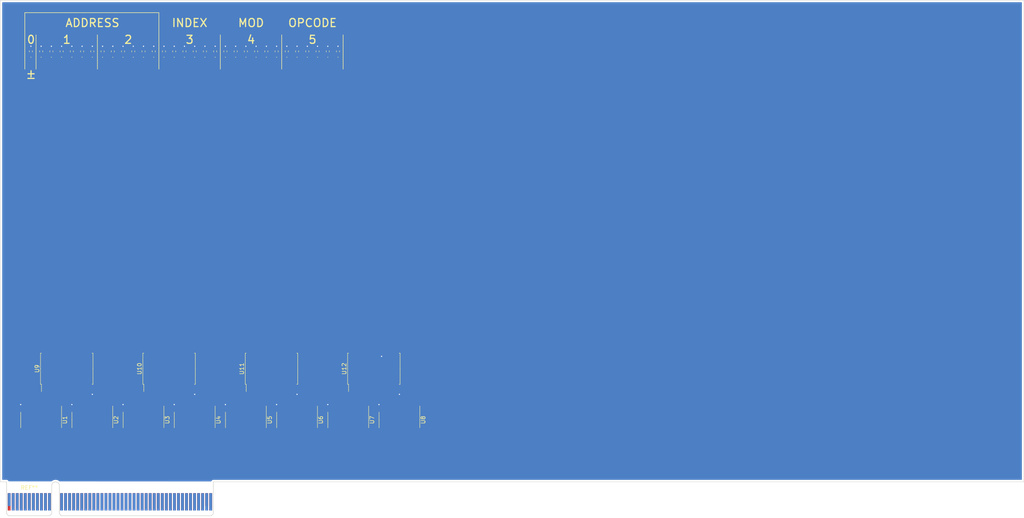
<source format=kicad_pcb>
(kicad_pcb (version 20221018) (generator pcbnew)
  (layers (0 "F.Cu" signal) (31 "B.Cu" signal) (34 "B.Paste" user) (35 "F.Paste" user) (36 "B.SilkS" user "B.Silkscreen") (37 "F.SilkS" user "F.Silkscreen") (38 "B.Mask" user) (39 "F.Mask" user) (44 "Edge.Cuts" user))
  (net 0 "")
  (net 1 "Net-(D1-K)")
  (net 2 "/D1")
  (net 3 "Net-(D2-K)")
  (net 4 "/D2")
  (net 5 "Net-(D3-K)")
  (net 6 "/D3")
  (net 7 "Net-(D4-K)")
  (net 8 "/D4")
  (net 9 "Net-(D5-K)")
  (net 10 "/D5")
  (net 11 "Net-(D6-K)")
  (net 12 "/D6")
  (net 13 "Net-(D7-K)")
  (net 14 "/D7")
  (net 15 "Net-(D8-K)")
  (net 16 "/D8")
  (net 17 "Net-(D9-K)")
  (net 18 "/D9")
  (net 19 "Net-(D10-K)")
  (net 20 "/D10")
  (net 21 "Net-(D11-K)")
  (net 22 "/D11")
  (net 23 "Net-(D12-K)")
  (net 24 "/D12")
  (net 25 "Net-(D13-K)")
  (net 26 "/D13")
  (net 27 "Net-(D14-K)")
  (net 28 "/D14")
  (net 29 "Net-(D15-K)")
  (net 30 "/D15")
  (net 31 "Net-(D16-K)")
  (net 32 "/D16")
  (net 33 "Net-(D17-K)")
  (net 34 "/D17")
  (net 35 "Net-(D18-K)")
  (net 36 "/D18")
  (net 37 "Net-(D19-K)")
  (net 38 "/D19")
  (net 39 "Net-(D20-K)")
  (net 40 "/D20")
  (net 41 "Net-(D21-K)")
  (net 42 "/D21")
  (net 43 "Net-(D22-K)")
  (net 44 "/D22")
  (net 45 "Net-(D23-K)")
  (net 46 "/D23")
  (net 47 "Net-(D24-K)")
  (net 48 "/D24")
  (net 49 "Net-(D25-K)")
  (net 50 "/D25")
  (net 51 "Net-(D26-K)")
  (net 52 "/D26")
  (net 53 "Net-(D27-K)")
  (net 54 "/D27")
  (net 55 "Net-(D28-K)")
  (net 56 "/D28")
  (net 57 "Net-(D29-K)")
  (net 58 "/D29")
  (net 59 "Net-(D30-K)")
  (net 60 "/D30")
  (net 61 "Net-(D31-K)")
  (net 62 "/D31")
  (net 63 "GND")
  (net 64 "Net-(U1-Oe1)")
  (net 65 "/LED1")
  (net 66 "/LED2")
  (net 67 "/LED3")
  (net 68 "/LED4")
  (net 69 "/LED5")
  (net 70 "/LED6")
  (net 71 "/LED7")
  (net 72 "/LED8")
  (net 73 "+5V")
  (net 74 "Net-(U2-Oe1)")
  (net 75 "/LED9")
  (net 76 "/LED10")
  (net 77 "/LED11")
  (net 78 "/LED12")
  (net 79 "Net-(U1-Q0)")
  (net 80 "Net-(U4-Oe1)")
  (net 81 "/LED13")
  (net 82 "/LED14")
  (net 83 "/LED15")
  (net 84 "/LED16")
  (net 85 "/LED17")
  (net 86 "/LED18")
  (net 87 "/LED19")
  (net 88 "/LED20")
  (net 89 "/LED21")
  (net 90 "/LED22")
  (net 91 "/LED23")
  (net 92 "/LED24")
  (net 93 "/LED25")
  (net 94 "/LED26")
  (net 95 "/LED27")
  (net 96 "/LED28")
  (net 97 "/LED29")
  (net 98 "/LED30")
  (net 99 "/LED31")
  (net 100 "Net-(U1-Q1)")
  (net 101 "Net-(U1-Q2)")
  (net 102 "Net-(U1-Q3)")
  (net 103 "Net-(U2-Q0)")
  (net 105 "/DR")
  (net 107 "Net-(U2-Q1)")
  (net 108 "Net-(U2-Q2)")
  (net 109 "Net-(U2-Q3)")
  (net 114 "Net-(U10-A0)")
  (net 115 "Net-(U10-A1)")
  (net 116 "Net-(U10-A2)")
  (net 119 "Net-(U10-A3)")
  (net 120 "Net-(U10-A4)")
  (net 121 "Net-(U10-A5)")
  (net 122 "Net-(U10-A6)")
  (net 125 "Net-(U5-Oe1)")
  (net 126 "Net-(U10-A7)")
  (net 127 "Net-(U11-A0)")
  (net 128 "Net-(U11-A1)")
  (net 129 "Net-(U11-A2)")
  (net 132 "Net-(U6-Oe1)")
  (net 133 "Net-(U11-A3)")
  (net 134 "Net-(U11-A4)")
  (net 135 "Net-(U11-A5)")
  (net 136 "Net-(U11-A6)")
  (net 139 "Net-(U7-Oe1)")
  (net 140 "Net-(U11-A7)")
  (net 141 "Net-(U12-A0)")
  (net 142 "Net-(U12-A1)")
  (net 143 "Net-(U12-A2)")
  (net 146 "Net-(U8-Oe1)")
  (net 147 "Net-(U12-A3)")
  (net 148 "/D0")
  (net 149 "Net-(U12-A5)")
  (net 152 "Net-(U12-A6)")
  (net 182 "Net-(U12-A7)")
  (footprint "LED_SMD:LED_0402_1005Metric" (layer "F.Cu") (at 45.72 40.64 -90)
    (fp_text reference "D6" hide)
    (fp_text value "LED" hide)
  )
  (footprint "Resistor_SMD:R_0402_1005Metric" (layer "F.Cu") (at 60.96 38.1 90)
    (fp_text reference "R12" hide)
    (fp_text value "10k" hide)
  )
  (footprint "LED_SMD:LED_0402_1005Metric" (layer "F.Cu") (at 76.2 40.64 -90)
    (fp_text reference "D18" hide)
    (fp_text value "LED" hide)
  )
  (footprint "Package_SO:SOIC-16_3.9x9.9mm_P1.27mm" (layer "F.Cu") (at 35.56 129.54 -90)
    (fp_text reference "U1")
    (fp_text value "74LS173")
  )
  (footprint "LED_SMD:LED_0402_1005Metric" (layer "F.Cu") (at 88.9 40.64 -90)
    (fp_text reference "D23" hide)
    (fp_text value "LED" hide)
  )
  (footprint "LED_SMD:LED_0402_1005Metric" (layer "F.Cu") (at 33.02 40.64 -90)
    (fp_text reference "D1" hide)
    (fp_text value "LED" hide)
  )
  (footprint "LED_SMD:LED_0402_1005Metric" (layer "F.Cu") (at 96.52 40.64 -90)
    (fp_text reference "D26" hide)
    (fp_text value "LED" hide)
  )
  (footprint "LED_SMD:LED_0402_1005Metric" (layer "F.Cu") (at 91.44 40.64 -90)
    (fp_text reference "D24" hide)
    (fp_text value "LED" hide)
  )
  (footprint "LED_SMD:LED_0402_1005Metric" (layer "F.Cu") (at 71.12 40.64 -90)
    (fp_text reference "D16" hide)
    (fp_text value "LED" hide)
  )
  (footprint "LED_SMD:LED_0402_1005Metric" (layer "F.Cu") (at 73.66 40.64 -90)
    (fp_text reference "D17" hide)
    (fp_text value "LED" hide)
  )
  (footprint "LED_SMD:LED_0402_1005Metric" (layer "F.Cu") (at 68.58 40.64 -90)
    (fp_text reference "D15" hide)
    (fp_text value "LED" hide)
  )
  (footprint "Resistor_SMD:R_0402_1005Metric" (layer "F.Cu") (at 99.06 38.1 90)
    (fp_text reference "R27" hide)
    (fp_text value "10k" hide)
  )
  (footprint "LED_SMD:LED_0402_1005Metric" (layer "F.Cu") (at 43.18 40.64 -90)
    (fp_text reference "D5" hide)
    (fp_text value "LED" hide)
  )
  (footprint "Resistor_SMD:R_0402_1005Metric" (layer "F.Cu") (at 83.82 38.1 90)
    (fp_text reference "R21" hide)
    (fp_text value "10k" hide)
  )
  (footprint "Resistor_SMD:R_0402_1005Metric" (layer "F.Cu") (at 71.12 38.1 90)
    (fp_text reference "R16" hide)
    (fp_text value "10k" hide)
  )
  (footprint "Resistor_SMD:R_0402_1005Metric" (layer "F.Cu") (at 53.34 38.1 90)
    (fp_text reference "R9" hide)
    (fp_text value "10k" hide)
  )
  (footprint "LED_SMD:LED_0402_1005Metric" (layer "F.Cu") (at 58.42 40.64 -90)
    (fp_text reference "D11" hide)
    (fp_text value "LED" hide)
  )
  (footprint "LED_SMD:LED_0402_1005Metric" (layer "F.Cu") (at 78.74 40.64 -90)
    (fp_text reference "D19" hide)
    (fp_text value "LED" hide)
  )
  (footprint "Resistor_SMD:R_0402_1005Metric" (layer "F.Cu") (at 104.14 38.1 90)
    (fp_text reference "R29" hide)
    (fp_text value "10k" hide)
  )
  (footprint "Resistor_SMD:R_0402_1005Metric" (layer "F.Cu") (at 35.56 38.1 90)
    (fp_text reference "R2" hide)
    (fp_text value "10k" hide)
  )
  (footprint "Resistor_SMD:R_0402_1005Metric" (layer "F.Cu") (at 50.8 38.1 90)
    (fp_text reference "R8" hide)
    (fp_text value "10k" hide)
  )
  (footprint "Package_SO:SOIC-20W_7.5x12.8mm_P1.27mm" (layer "F.Cu") (at 118.11 116.84 90)
    (fp_text reference "U12")
    (fp_text value "74LS245")
  )
  (footprint "LED_SMD:LED_0402_1005Metric" (layer "F.Cu") (at 106.68 40.64 -90)
    (fp_text reference "D30" hide)
    (fp_text value "LED" hide)
  )
  (footprint "Package_SO:SOIC-16_3.9x9.9mm_P1.27mm" (layer "F.Cu") (at 60.96 129.54 -90)
    (fp_text reference "U3")
    (fp_text value "74LS173")
  )
  (footprint "Resistor_SMD:R_0402_1005Metric" (layer "F.Cu") (at 88.9 38.1 90)
    (fp_text reference "R23" hide)
    (fp_text value "10k" hide)
  )
  (footprint "Resistor_SMD:R_0402_1005Metric" (layer "F.Cu") (at 66.04 38.1 90)
    (fp_text reference "R14" hide)
    (fp_text value "10k" hide)
  )
  (footprint "Resistor_SMD:R_0402_1005Metric" (layer "F.Cu") (at 58.42 38.1 90)
    (fp_text reference "R11" hide)
    (fp_text value "10k" hide)
  )
  (footprint "Resistor_SMD:R_0402_1005Metric" (layer "F.Cu") (at 38.1 38.1 90)
    (fp_text reference "R3" hide)
    (fp_text value "10k" hide)
  )
  (footprint "Resistor_SMD:R_0402_1005Metric" (layer "F.Cu") (at 45.72 38.1 90)
    (fp_text reference "R6" hide)
    (fp_text value "10k" hide)
  )
  (footprint "Resistor_SMD:R_0402_1005Metric" (layer "F.Cu") (at 93.98 38.1 90)
    (fp_text reference "R25" hide)
    (fp_text value "10k" hide)
  )
  (footprint "Package_SO:SOIC-16_3.9x9.9mm_P1.27mm" (layer "F.Cu") (at 124.46 129.54 -90)
    (fp_text reference "U8")
    (fp_text value "74LS173")
  )
  (footprint "Resistor_SMD:R_0402_1005Metric" (layer "F.Cu") (at 109.22 38.1 90)
    (fp_text reference "R31" hide)
    (fp_text value "10k" hide)
  )
  (footprint "LED_SMD:LED_0402_1005Metric" (layer "F.Cu") (at 55.88 40.64 -90)
    (fp_text reference "D10" hide)
    (fp_text value "LED" hide)
  )
  (footprint "LED_SMD:LED_0402_1005Metric" (layer "F.Cu") (at 66.04 40.64 -90)
    (fp_text reference "D14" hide)
    (fp_text value "LED" hide)
  )
  (footprint "LED_SMD:LED_0402_1005Metric" (layer "F.Cu") (at 48.26 40.64 -90)
    (fp_text reference "D7" hide)
    (fp_text value "LED" hide)
  )
  (footprint "LED_SMD:LED_0402_1005Metric" (layer "F.Cu") (at 93.98 40.64 -90)
    (fp_text reference "D25" hide)
    (fp_text value "LED" hide)
  )
  (footprint "Resistor_SMD:R_0402_1005Metric" (layer "F.Cu") (at 106.68 38.1 90)
    (fp_text reference "R30" hide)
    (fp_text value "10k" hide)
  )
  (footprint "Package_SO:SOIC-16_3.9x9.9mm_P1.27mm" (layer "F.Cu") (at 86.36 129.54 -90)
    (fp_text reference "U5")
    (fp_text value "74LS173")
  )
  (footprint "Resistor_SMD:R_0402_1005Metric" (layer "F.Cu") (at 96.52 38.1 90)
    (fp_text reference "R26" hide)
    (fp_text value "10k" hide)
  )
  (footprint "LED_SMD:LED_0402_1005Metric" (layer "F.Cu") (at 35.56 40.64 -90)
    (fp_text reference "D2" hide)
    (fp_text value "LED" hide)
  )
  (footprint "Resistor_SMD:R_0402_1005Metric" (layer "F.Cu") (at 78.74 38.1 90)
    (fp_text reference "R19" hide)
    (fp_text value "10k" hide)
  )
  (footprint "Connector_PCBEdge:BUS_PCIexpress_x8" (layer "F.Cu") (at 27.626386 149.864119)
    (fp_text reference "REF**")
    (fp_text value "BUS_PCIexpress_x8")
    (fp_line (start -0.65 -4.95) (end -0.65 2.95) (stroke (width 0.1)) (layer "Edge.Cuts"))
    (fp_line (start -0.65 2.95) (end -0.15 3.45) (stroke (width 0.1)) (layer "Edge.Cuts"))
    (fp_line (start -0.15 3.45) (end 10.05 3.45) (stroke (width 0.1)) (layer "Edge.Cuts"))
    (fp_line (start 10.55 -4) (end 10.55 2.95) (stroke (width 0.1)) (layer "Edge.Cuts"))
    (fp_line (start 10.55 2.95) (end 10.05 3.45) (stroke (width 0.1)) (layer "Edge.Cuts"))
    (fp_line (start 12.45 -4) (end 12.45 2.95) (stroke (width 0.1)) (layer "Edge.Cuts"))
    (fp_line (start 12.45 2.95) (end 12.95 3.45) (stroke (width 0.1)) (layer "Edge.Cuts"))
    (fp_line (start 12.95 3.45) (end 50.15 3.45) (stroke (width 0.1)) (layer "Edge.Cuts"))
    (fp_line (start 50.65 -4.95) (end 50.65 2.95) (stroke (width 0.1)) (layer "Edge.Cuts"))
    (fp_line (start 50.65 2.95) (end 50.15 3.45) (stroke (width 0.1)) (layer "Edge.Cuts"))
    (fp_arc (start 10.55 -4) (mid 11.5 -4.95) (end 12.45 -4) (stroke (width 0.1)) (layer "Edge.Cuts"))
  )
  (footprint "Package_SO:SOIC-16_3.9x9.9mm_P1.27mm" (layer "F.Cu") (at 48.26 129.54 -90)
    (fp_text reference "U2")
    (fp_text value "74LS173")
  )
  (footprint "LED_SMD:LED_0402_1005Metric" (layer "F.Cu") (at 63.5 40.64 -90)
    (fp_text reference "D13" hide)
    (fp_text value "LED" hide)
  )
  (footprint "Resistor_SMD:R_0402_1005Metric" (layer "F.Cu") (at 91.44 38.1 90)
    (fp_text reference "R24" hide)
    (fp_text value "10k" hide)
  )
  (footprint "Resistor_SMD:R_0402_1005Metric" (layer "F.Cu") (at 43.18 38.1 90)
    (fp_text reference "R5" hide)
    (fp_text value "10k" hide)
  )
  (footprint "LED_SMD:LED_0402_1005Metric" (layer "F.Cu") (at 104.14 40.64 -90)
    (fp_text reference "D29" hide)
    (fp_text value "LED" hide)
  )
  (footprint "LED_SMD:LED_0402_1005Metric" (layer "F.Cu") (at 53.34 40.64 -90)
    (fp_text reference "D9" hide)
    (fp_text value "LED" hide)
  )
  (footprint "LED_SMD:LED_0402_1005Metric" (layer "F.Cu") (at 60.96 40.64 -90)
    (fp_text reference "D12" hide)
    (fp_text value "LED" hide)
  )
  (footprint "Resistor_SMD:R_0402_1005Metric" (layer "F.Cu") (at 81.28 38.1 90)
    (fp_text reference "R20" hide)
    (fp_text value "10k" hide)
  )
  (footprint "LED_SMD:LED_0402_1005Metric" (layer "F.Cu") (at 50.8 40.64 -90)
    (fp_text reference "D8" hide)
    (fp_text value "LED" hide)
  )
  (footprint "Package_SO:SOIC-20W_7.5x12.8mm_P1.27mm" (layer "F.Cu") (at 41.91 116.84 90)
    (fp_text reference "U9")
    (fp_text value "74LS245")
  )
  (footprint "LED_SMD:LED_0402_1005Metric" (layer "F.Cu") (at 109.22 40.64 -90)
    (fp_text reference "D31" hide)
    (fp_text value "LED" hide)
  )
  (footprint "LED_SMD:LED_0402_1005Metric" (layer "F.Cu") (at 83.82 40.64 -90)
    (fp_text reference "D21" hide)
    (fp_text value "LED" hide)
  )
  (footprint "Resistor_SMD:R_0402_1005Metric" (layer "F.Cu") (at 40.64 38.1 90)
    (fp_text reference "R4" hide)
    (fp_text value "10k" hide)
  )
  (footprint "Package_SO:SOIC-20W_7.5x12.8mm_P1.27mm" (layer "F.Cu") (at 67.31 116.84 90)
    (fp_text reference "U10")
    (fp_text value "74LS245")
  )
  (footprint "Resistor_SMD:R_0402_1005Metric" (layer "F.Cu") (at 73.66 38.1 90)
    (fp_text reference "R17" hide)
    (fp_text value "10k" hide)
  )
  (footprint "Resistor_SMD:R_0402_1005Metric" (layer "F.Cu") (at 101.6 38.1 90)
    (fp_text reference "R28" hide)
    (fp_text value "10k" hide)
  )
  (footprint "Resistor_SMD:R_0402_1005Metric" (layer "F.Cu") (at 33.02 38.1 90)
    (fp_text reference "R1" hide)
    (fp_text value "10k" hide)
  )
  (footprint "Resistor_SMD:R_0402_1005Metric" (layer "F.Cu") (at 76.2 38.1 90)
    (fp_text reference "R18" hide)
    (fp_text value "10k" hide)
  )
  (footprint "Package_SO:SOIC-16_3.9x9.9mm_P1.27mm" (layer "F.Cu") (at 73.66 129.54 -90)
    (fp_text reference "U4")
    (fp_text value "74LS173")
  )
  (footprint "LED_SMD:LED_0402_1005Metric" (layer "F.Cu") (at 99.06 40.64 -90)
    (fp_text reference "D27" hide)
    (fp_text value "LED" hide)
  )
  (footprint "Resistor_SMD:R_0402_1005Metric" (layer "F.Cu") (at 48.26 38.1 90)
    (fp_text reference "R7" hide)
    (fp_text value "10k" hide)
  )
  (footprint "LED_SMD:LED_0402_1005Metric" (layer "F.Cu") (at 40.64 40.64 -90)
    (fp_text reference "D4" hide)
    (fp_text value "LED" hide)
  )
  (footprint "Package_SO:SOIC-20W_7.5x12.8mm_P1.27mm" (layer "F.Cu") (at 92.71 116.84 90)
    (fp_text reference "U11")
    (fp_text value "74LS245")
  )
  (footprint "Package_SO:SOIC-16_3.9x9.9mm_P1.27mm" (layer "F.Cu") (at 99.06 129.54 -90)
    (fp_text reference "U6")
    (fp_text value "74LS173")
  )
  (footprint "Resistor_SMD:R_0402_1005Metric" (layer "F.Cu") (at 63.5 38.1 90)
    (fp_text reference "R13" hide)
    (fp_text value "10k" hide)
  )
  (footprint "LED_SMD:LED_0402_1005Metric" (layer "F.Cu") (at 38.1 40.64 -90)
    (fp_text reference "D3" hide)
    (fp_text value "LED" hide)
  )
  (footprint "Package_SO:SOIC-16_3.9x9.9mm_P1.27mm" (layer "F.Cu") (at 111.76 129.54 -90)
    (fp_text reference "U7")
    (fp_text value "74LS173")
  )
  (footprint "LED_SMD:LED_0402_1005Metric" (layer "F.Cu") (at 86.36 40.64 -90)
    (fp_text reference "D22" hide)
    (fp_text value "LED" hide)
  )
  (footprint "Resistor_SMD:R_0402_1005Metric" (layer "F.Cu") (at 55.88 38.1 90)
    (fp_text reference "R10" hide)
    (fp_text value "10k" hide)
  )
  (footprint "LED_SMD:LED_0402_1005Metric" (layer "F.Cu") (at 81.28 40.64 -90)
    (fp_text reference "D20" hide)
    (fp_text value "LED" hide)
  )
  (footprint "Resistor_SMD:R_0402_1005Metric" (layer "F.Cu") (at 86.36 38.1 90)
    (fp_text reference "R22" hide)
    (fp_text value "10k" hide)
  )
  (footprint "Resistor_SMD:R_0402_1005Metric" (layer "F.Cu") (at 68.58 38.1 90)
    (fp_text reference "R15" hide)
    (fp_text value "10k" hide)
  )
  (footprint "LED_SMD:LED_0402_1005Metric" (layer "F.Cu") (at 101.6 40.64 -90)
    (fp_text reference "D28" hide)
    (fp_text value "LED" hide)
  )
  (gr_line (start 110.49 34) (end 110.49 42.5) (stroke (width 0.15)) (layer "F.SilkS"))
  (gr_line (start 34.289999 34) (end 34.289999 42.5) (stroke (width 0.15)) (layer "F.SilkS"))
  (gr_line (start 31.5 28.5) (end 31.5 42.5) (stroke (width 0.15)) (layer "F.SilkS"))
  (gr_line (start 49.509298 34) (end 49.53 42.5) (stroke (width 0.15)) (layer "F.SilkS"))
  (gr_line (start 80.01 34) (end 80.01 42.5) (stroke (width 0.15)) (layer "F.SilkS"))
  (gr_line (start 95.25 34) (end 95.25 42.5) (stroke (width 0.15)) (layer "F.SilkS"))
  (gr_line (start 31.5 28.5) (end 64.77 28.5) (stroke (width 0.15)) (layer "F.SilkS"))
  (gr_line (start 64.77 28.5) (end 64.77 42.5) (stroke (width 0.15)) (layer "F.SilkS"))
  (gr_line (start 78.29 152.81) (end 78.29 144.91) (stroke (width 0.1)) (layer "Edge.Cuts"))
  (gr_line (start 279.4 25.4) (end 25.4 25.4) (stroke (width 0.1)) (layer "Edge.Cuts"))
  (gr_line (start 25.4 25.4) (end 25.4 144.91) (stroke (width 0.1)) (layer "Edge.Cuts"))
  (gr_line (start 38.19 152.81) (end 37.69 153.31) (stroke (width 0.1)) (layer "Edge.Cuts"))
  (gr_line (start 26.99 152.81) (end 26.99 144.91) (stroke (width 0.1)) (layer "Edge.Cuts"))
  (gr_line (start 78.29 144.91) (end 279.4 144.91) (stroke (width 0.1)) (layer "Edge.Cuts"))
  (gr_line (start 38.19 145.86) (end 38.19 152.81) (stroke (width 0.1)) (layer "Edge.Cuts"))
  (gr_line (start 40.59 153.31) (end 77.79 153.31) (stroke (width 0.1)) (layer "Edge.Cuts"))
  (gr_line (start 40.09 145.86) (end 40.09 152.81) (stroke (width 0.1)) (layer "Edge.Cuts"))
  (gr_line (start 27.49 153.31) (end 26.99 152.81) (stroke (width 0.1)) (layer "Edge.Cuts"))
  (gr_line (start 37.69 153.31) (end 27.49 153.31) (stroke (width 0.1)) (layer "Edge.Cuts"))
  (gr_line (start 26.99 144.91) (end 25.4 144.91) (stroke (width 0.1)) (layer "Edge.Cuts"))
  (gr_line (start 279.4 144.91) (end 279.4 25.4) (stroke (width 0.1)) (layer "Edge.Cuts"))
  (gr_line (start 77.79 153.31) (end 78.29 152.81) (stroke (width 0.1)) (layer "Edge.Cuts"))
  (gr_arc (start 38.19 145.86) (mid 39.14 144.91) (end 40.09 145.86) (stroke (width 0.1)) (layer "Edge.Cuts"))
  (gr_line (start 40.09 152.81) (end 40.59 153.31) (stroke (width 0.1)) (layer "Edge.Cuts"))
  (gr_text "0" (at 31.899677 36.358736) (layer "F.SilkS") (effects (font (size 2 2) (thickness 0.3)) (justify left bottom)))
  (gr_text "MOD" (at 84.264524 32.201178) (layer "F.SilkS") (effects (font (size 2 2) (thickness 0.3)) (justify left bottom)))
  (gr_text "4" (at 86.502619 36.358736) (layer "F.SilkS") (effects (font (size 2 2) (thickness 0.3)) (justify left bottom)))
  (gr_text "OPCODE" (at 96.695 32.201178) (layer "F.SilkS") (effects (font (size 2 2) (thickness 0.3)) (justify left bottom)))
  (gr_text "2" (at 56.022619 36.358736) (layer "F.SilkS") (effects (font (size 2 2) (thickness 0.3)) (justify left bottom)))
  (gr_text "3" (at 71.262619 36.358736) (layer "F.SilkS") (effects (font (size 2 2) (thickness 0.3)) (justify left bottom)))
  (gr_text "5" (at 101.742619 36.358736) (layer "F.SilkS") (effects (font (size 2 2) (thickness 0.3)) (justify left bottom)))
  (gr_text "ADDRESS" (at 41.425391 32.201178) (layer "F.SilkS") (effects (font (size 2 2) (thickness 0.3)) (justify left bottom)))
  (gr_text "1" (at 40.782618 36.358736) (layer "F.SilkS") (effects (font (size 2 2) (thickness 0.3)) (justify left bottom)))
  (gr_text "INDEX" (at 67.834047 32.201178) (layer "F.SilkS") (effects (font (size 2 2) (thickness 0.3)) (justify left bottom)))
  (gr_text "±" (at 31.613963 45.064748) (layer "F.SilkS") (effects (font (size 2 2) (thickness 0.3)) (justify left bottom)))
  (segment (start 33.02 40.155) (end 33.02 38.61) (width 0.2) (layer "F.Cu") (net 1))
  (segment (start 35.56 40.155) (end 35.56 38.61) (width 0.2) (layer "F.Cu") (net 3))
  (segment (start 38.1 40.155) (end 38.1 38.61) (width 0.2) (layer "F.Cu") (net 5))
  (segment (start 40.64 40.155) (end 40.64 38.61) (width 0.2) (layer "F.Cu") (net 7))
  (segment (start 43.18 40.155) (end 43.18 38.61) (width 0.2) (layer "F.Cu") (net 9))
  (segment (start 45.72 40.155) (end 45.72 38.61) (width 0.2) (layer "F.Cu") (net 11))
  (segment (start 48.26 40.155) (end 48.26 38.61) (width 0.2) (layer "F.Cu") (net 13))
  (segment (start 50.8 40.155) (end 50.8 38.61) (width 0.2) (layer "F.Cu") (net 15))
  (segment (start 53.34 40.155) (end 53.34 38.61) (width 0.2) (layer "F.Cu") (net 17))
  (segment (start 55.88 40.155) (end 55.88 38.61) (width 0.2) (layer "F.Cu") (net 19))
  (segment (start 58.42 40.155) (end 58.42 38.61) (width 0.2) (layer "F.Cu") (net 21))
  (segment (start 60.96 40.155) (end 60.96 38.61) (width 0.2) (layer "F.Cu") (net 23))
  (segment (start 63.5 40.155) (end 63.5 38.61) (width 0.2) (layer "F.Cu") (net 25))
  (segment (start 66.04 40.155) (end 66.04 38.61) (width 0.2) (layer "F.Cu") (net 27))
  (segment (start 68.58 40.155) (end 68.58 38.61) (width 0.2) (layer "F.Cu") (net 29))
  (segment (start 71.12 40.155) (end 71.12 38.61) (width 0.2) (layer "F.Cu") (net 31))
  (segment (start 73.66 38.61) (end 73.66 40.155) (width 0.2) (layer "F.Cu") (net 33))
  (segment (start 76.2 40.155) (end 76.2 38.61) (width 0.2) (layer "F.Cu") (net 35))
  (segment (start 78.74 40.155) (end 78.74 38.61) (width 0.2) (layer "F.Cu") (net 37))
  (segment (start 81.28 40.155) (end 81.28 38.61) (width 0.2) (layer "F.Cu") (net 39))
  (segment (start 83.82 40.155) (end 83.82 38.61) (width 0.2) (layer "F.Cu") (net 41))
  (segment (start 86.36 40.155) (end 86.36 38.61) (width 0.2) (layer "F.Cu") (net 43))
  (segment (start 88.9 40.155) (end 88.9 38.61) (width 0.2) (layer "F.Cu") (net 45))
  (segment (start 91.44 40.155) (end 91.44 38.61) (width 0.2) (layer "F.Cu") (net 47))
  (segment (start 93.98 40.155) (end 93.98 38.61) (width 0.2) (layer "F.Cu") (net 49))
  (segment (start 96.52 40.155) (end 96.52 38.61) (width 0.2) (layer "F.Cu") (net 51))
  (segment (start 99.06 40.155) (end 99.06 38.61) (width 0.2) (layer "F.Cu") (net 53))
  (segment (start 101.6 38.61) (end 101.6 40.155) (width 0.2) (layer "F.Cu") (net 55))
  (segment (start 104.14 40.155) (end 104.14 38.61) (width 0.2) (layer "F.Cu") (net 57))
  (segment (start 106.68 40.155) (end 106.68 38.61) (width 0.2) (layer "F.Cu") (net 59))
  (segment (start 109.22 40.155) (end 109.22 38.61) (width 0.2) (layer "F.Cu") (net 61))
  (segment (start 53.34 37.59) (end 53.34 36.83) (width 0.2) (layer "F.Cu") (net 63))
  (segment (start 122.555 132.015) (end 122.555 128.27) (width 0.2) (layer "F.Cu") (net 63))
  (segment (start 48.26 37.59) (end 48.26 36.83) (width 0.2) (layer "F.Cu") (net 63))
  (segment (start 120.015 112.19) (end 120.015 113.764646) (width 0.2) (layer "F.Cu") (net 63))
  (segment (start 60.96 37.59) (end 60.96 36.83) (width 0.2) (layer "F.Cu") (net 63))
  (segment (start 38.1 37.59) (end 38.1 36.83) (width 0.2) (layer "F.Cu") (net 63))
  (segment (start 120.015 127.956448) (end 120.015 127.065) (width 0.2) (layer "F.Cu") (net 63))
  (segment (start 118.745 125.095) (end 118.745 121.49) (width 0.2) (layer "F.Cu") (net 63))
  (segment (start 56.515 126.365) (end 55.88 125.73) (width 0.2) (layer "F.Cu") (net 63))
  (segment (start 69.215 127.065) (end 69.215 126.365) (width 0.2) (layer "F.Cu") (net 63))
  (segment (start 50.8 37.59) (end 50.8 36.83) (width 0.2) (layer "F.Cu") (net 63))
  (segment (start 123.825 121.49) (end 123.825 122.555) (width 0.2) (layer "F.Cu") (net 63))
  (segment (start 107.315 127.065) (end 107.315 126.365) (width 0.2) (layer "F.Cu") (net 63))
  (segment (start 94.615 127.065) (end 94.615 126.365) (width 0.2) (layer "F.Cu") (net 63))
  (segment (start 122.555 128.272451) (end 122.099873 128.727578) (width 0.2) (layer "F.Cu") (net 63))
  (segment (start 119.38 125.73) (end 118.745 125.095) (width 0.2) (layer "F.Cu") (net 63))
  (segment (start 122.555 128.27) (end 122.555 127.065) (width 0.2) (layer "F.Cu") (net 63))
  (segment (start 43.815 126.365) (end 43.18 125.73) (width 0.2) (layer "F.Cu") (net 63))
  (segment (start 109.22 37.59) (end 109.22 36.83) (width 0.2) (layer "F.Cu") (net 63))
  (segment (start 45.72 37.59) (end 45.72 36.83) (width 0.2) (layer "F.Cu") (net 63))
  (segment (start 66.04 37.59) (end 66.04 36.83) (width 0.2) (layer "F.Cu") (net 63))
  (segment (start 99.06 37.59) (end 99.06 36.83) (width 0.2) (layer "F.Cu") (net 63))
  (segment (start 123.825 122.555) (end 124.46 123.19) (width 0.2) (layer "F.Cu") (net 63))
  (segment (start 43.18 37.59) (end 43.18 36.83) (width 0.2) (layer "F.Cu") (net 63))
  (segment (start 68.58 37.59) (end 68.58 36.83) (width 0.2) (layer "F.Cu") (net 63))
  (segment (start 120.78613 128.727578) (end 120.015 127.956448) (width 0.2) (layer "F.Cu") (net 63))
  (segment (start 91.44 37.59) (end 91.44 36.83) (width 0.2) (layer "F.Cu") (net 63))
  (segment (start 101.6 37.59) (end 101.6 36.83) (width 0.2) (layer "F.Cu") (net 63))
  (segment (start 96.52 37.59) (end 96.52 36.83) (width 0.2) (layer "F.Cu") (net 63))
  (segment (start 73.025 122.555) (end 73.66 123.19) (width 0.2) (layer "F.Cu") (net 63))
  (segment (start 31.115 126.365) (end 30.48 125.73) (width 0.2) (layer "F.Cu") (net 63))
  (segment (start 106.68 37.59) (end 106.68 36.83) (width 0.2) (layer "F.Cu") (net 63))
  (segment (start 122.555 128.27) (end 122.555 128.272451) (width 0.2) (layer "F.Cu") (net 63))
  (segment (start 47.625 122.555) (end 48.26 123.19) (width 0.2) (layer "F.Cu") (net 63))
  (segment (start 33.02 37.59) (end 33.02 36.83) (width 0.2) (layer "F.Cu") (net 63))
  (segment (start 107.315 126.365) (end 106.68 125.73) (width 0.2) (layer "F.Cu") (net 63))
  (segment (start 71.12 37.59) (end 71.12 36.83) (width 0.2) (layer "F.Cu") (net 63))
  (segment (start 104.14 37.59) (end 104.14 36.83) (width 0.2) (layer "F.Cu") (net 63))
  (segment (start 73.66 37.59) (end 73.66 36.83) (width 0.2) (layer "F.Cu") (net 63))
  (segment (start 81.915 127.065) (end 81.915 126.365) (width 0.2) (layer "F.Cu") (net 63))
  (segment (start 81.915 126.365) (end 81.28 125.73) (width 0.2) (layer "F.Cu") (net 63))
  (segment (start 55.88 37.59) (end 55.88 36.83) (width 0.2) (layer "F.Cu") (net 63))
  (segment (start 35.56 37.59) (end 35.56 36.83) (width 0.2) (layer "F.Cu") (net 63))
  (segment (start 83.82 37.59) (end 83.82 36.83) (width 0.2) (layer "F.Cu") (net 63))
  (segment (start 86.36 37.59) (end 86.36 36.83) (width 0.2) (layer "F.Cu") (net 63))
  (segment (start 76.2 37.59) (end 76.2 36.83) (width 0.2) (layer "F.Cu") (net 63))
  (segment (start 63.5 37.59) (end 63.5 36.83) (width 0.2) (layer "F.Cu") (net 63))
  (segment (start 81.28 37.59) (end 81.28 36.83) (width 0.2) (layer "F.Cu") (net 63))
  (segment (start 120.015 126.365) (end 119.38 125.73) (width 0.2) (layer "F.Cu") (net 63))
  (segment (start 58.42 37.59) (end 58.42 36.83) (width 0.2) (layer "F.Cu") (net 63))
  (segment (start 93.98 37.59) (end 93.98 36.83) (width 0.2) (layer "F.Cu") (net 63))
  (segment (start 98.425 122.555) (end 99.06 123.19) (width 0.2) (layer "F.Cu") (net 63))
  (segment (start 120.015 113.764646) (end 120.022895 113.772541) (width 0.2) (layer "F.Cu") (net 63))
  (segment (start 69.215 126.365) (end 68.58 125.73) (width 0.2) (layer "F.Cu") (net 63))
  (segment (start 73.025 121.49) (end 73.025 122.555) (width 0.2) (layer "F.Cu") (net 63))
  (segment (start 94.615 126.365) (end 93.98 125.73) (width 0.2) (layer "F.Cu") (net 63))
  (segment (start 78.74 37.59) (end 78.74 36.83) (width 0.2) (layer "F.Cu") (net 63))
  (segment (start 31.115 127.065) (end 31.115 126.365) (width 0.2) (layer "F.Cu") (net 63))
  (segment (start 56.515 127.065) (end 56.515 126.365) (width 0.2) (layer "F.Cu") (net 63))
  (segment (start 43.815 127.065) (end 43.815 126.365) (width 0.2) (layer "F.Cu") (net 63))
  (segment (start 98.425 121.49) (end 98.425 122.555) (width 0.2) (layer "F.Cu") (net 63))
  (segment (start 122.099873 128.727578) (end 120.78613 128.727578) (width 0.2) (layer "F.Cu") (net 63))
  (segment (start 40.64 37.59) (end 40.64 36.83) (width 0.2) (layer "F.Cu") (net 63))
  (segment (start 120.015 127.065) (end 120.015 126.365) (width 0.2) (layer "F.Cu") (net 63))
  (segment (start 47.625 121.49) (end 47.625 122.555) (width 0.2) (layer "F.Cu") (net 63))
  (segment (start 88.9 37.59) (end 88.9 36.83) (width 0.2) (layer "F.Cu") (net 63))
  (via (at 33.02 36.83) (size 0.6) (drill 0.3) (layers "F.Cu" "B.Cu") (net 63))
  (via (at 76.2 36.83) (size 0.6) (drill 0.3) (layers "F.Cu" "B.Cu") (net 63))
  (via (at 120.022895 113.772541) (size 0.6) (drill 0.3) (layers "F.Cu" "B.Cu") (net 63))
  (via (at 53.34 36.83) (size 0.6) (drill 0.3) (layers "F.Cu" "B.Cu") (net 63))
  (via (at 71.12 36.83) (size 0.6) (drill 0.3) (layers "F.Cu" "B.Cu") (net 63))
  (via (at 55.88 125.73) (size 0.6) (drill 0.3) (layers "F.Cu" "B.Cu") (net 63))
  (via (at 63.5 36.83) (size 0.6) (drill 0.3) (layers "F.Cu" "B.Cu") (net 63))
  (via (at 60.96 36.83) (size 0.6) (drill 0.3) (layers "F.Cu" "B.Cu") (net 63))
  (via (at 73.66 123.19) (size 0.6) (drill 0.3) (layers "F.Cu" "B.Cu") (net 63))
  (via (at 43.18 125.73) (size 0.6) (drill 0.3) (layers "F.Cu" "B.Cu") (net 63))
  (via (at 104.14 36.83) (size 0.6) (drill 0.3) (layers "F.Cu" "B.Cu") (net 63))
  (via (at 50.8 36.83) (size 0.6) (drill 0.3) (layers "F.Cu" "B.Cu") (net 63))
  (via (at 68.58 125.73) (size 0.6) (drill 0.3) (layers "F.Cu" "B.Cu") (net 63))
  (via (at 81.28 36.83) (size 0.6) (drill 0.3) (layers "F.Cu" "B.Cu") (net 63))
  (via (at 43.18 36.83) (size 0.6) (drill 0.3) (layers "F.Cu" "B.Cu") (net 63))
  (via (at 88.9 36.83) (size 0.6) (drill 0.3) (layers "F.Cu" "B.Cu") (net 63))
  (via (at 35.56 36.83) (size 0.6) (drill 0.3) (layers "F.Cu" "B.Cu") (net 63))
  (via (at 48.26 36.83) (size 0.6) (drill 0.3) (layers "F.Cu" "B.Cu") (net 63))
  (via (at 68.58 36.83) (size 0.6) (drill 0.3) (layers "F.Cu" "B.Cu") (net 63))
  (via (at 81.28 125.73) (size 0.6) (drill 0.3) (layers "F.Cu" "B.Cu") (net 63))
  (via (at 40.64 36.83) (size 0.6) (drill 0.3) (layers "F.Cu" "B.Cu") (net 63))
  (via (at 93.98 125.73) (size 0.6) (drill 0.3) (layers "F.Cu" "B.Cu") (net 63))
  (via (at 106.68 125.73) (size 0.6) (drill 0.3) (layers "F.Cu" "B.Cu") (net 63))
  (via (at 99.06 123.19) (size 0.6) (drill 0.3) (layers "F.Cu" "B.Cu") (net 63))
  (via (at 119.38 125.73) (size 0.6) (drill 0.3) (layers "F.Cu" "B.Cu") (net 63))
  (via (at 78.74 36.83) (size 0.6) (drill 0.3) (layers "F.Cu" "B.Cu") (net 63))
  (via (at 55.88 36.83) (size 0.6) (drill 0.3) (layers "F.Cu" "B.Cu") (net 63))
  (via (at 48.26 123.19) (size 0.6) (drill 0.3) (layers "F.Cu" "B.Cu") (net 63))
  (via (at 96.52 36.83) (size 0.6) (drill 0.3) (layers "F.Cu" "B.Cu") (net 63))
  (via (at 101.6 36.83) (size 0.6) (drill 0.3) (layers "F.Cu" "B.Cu") (net 63))
  (via (at 66.04 36.83) (size 0.6) (drill 0.3) (layers "F.Cu" "B.Cu") (net 63))
  (via (at 30.48 125.73) (size 0.6) (drill 0.3) (layers "F.Cu" "B.Cu") (net 63))
  (via (at 86.36 36.83) (size 0.6) (drill 0.3) (layers "F.Cu" "B.Cu") (net 63))
  (via (at 45.72 36.83) (size 0.6) (drill 0.3) (layers "F.Cu" "B.Cu") (net 63))
  (via (at 109.22 36.83) (size 0.6) (drill 0.3) (layers "F.Cu" "B.Cu") (net 63))
  (via (at 93.98 36.83) (size 0.6) (drill 0.3) (layers "F.Cu" "B.Cu") (net 63))
  (via (at 73.66 36.83) (size 0.6) (drill 0.3) (layers "F.Cu" "B.Cu") (net 63))
  (via (at 99.06 36.83) (size 0.6) (drill 0.3) (layers "F.Cu" "B.Cu") (net 63))
  (via (at 91.44 36.83) (size 0.6) (drill 0.3) (layers "F.Cu" "B.Cu") (net 63))
  (via (at 106.68 36.83) (size 0.6) (drill 0.3) (layers "F.Cu" "B.Cu") (net 63))
  (via (at 83.82 36.83) (size 0.6) (drill 0.3) (layers "F.Cu" "B.Cu") (net 63))
  (via (at 58.42 36.83) (size 0.6) (drill 0.3) (layers "F.Cu" "B.Cu") (net 63))
  (via (at 38.1 36.83) (size 0.6) (drill 0.3) (layers "F.Cu" "B.Cu") (net 63))
  (via (at 124.46 123.19) (size 0.6) (drill 0.3) (layers "F.Cu" "B.Cu") (net 63))
  (segment (start 38.735 127.065) (end 40.005 127.065) (width 0.2) (layer "F.Cu") (net 64))
  (segment (start 51.435 127.065) (end 52.705 127.065) (width 0.2) (layer "F.Cu") (net 74))
  (segment (start 37.465 126.365) (end 41.275 122.555) (width 0.2) (layer "F.Cu") (net 79))
  (segment (start 37.465 127.065) (end 37.465 126.365) (width 0.2) (layer "F.Cu") (net 79))
  (segment (start 41.275 122.555) (end 41.275 121.49) (width 0.2) (layer "F.Cu") (net 79))
  (segment (start 76.835 127.065) (end 78.105 127.065) (width 0.2) (layer "F.Cu") (net 80))
  (segment (start 40.005 122.555) (end 40.005 121.49) (width 0.2) (layer "F.Cu") (net 100))
  (segment (start 36.195 126.365) (end 40.005 122.555) (width 0.2) (layer "F.Cu") (net 100))
  (segment (start 36.195 127.065) (end 36.195 126.365) (width 0.2) (layer "F.Cu") (net 100))
  (segment (start 34.925 127.065) (end 34.925 126.365) (width 0.2) (layer "F.Cu") (net 101))
  (segment (start 34.925 126.365) (end 38.735 122.555) (width 0.2) (layer "F.Cu") (net 101))
  (segment (start 38.735 122.555) (end 38.735 121.49) (width 0.2) (layer "F.Cu") (net 101))
  (segment (start 33.655 127.065) (end 33.655 126.365) (width 0.2) (layer "F.Cu") (net 102))
  (segment (start 33.655 126.365) (end 37.465 122.555) (width 0.2) (layer "F.Cu") (net 102))
  (segment (start 37.465 122.555) (end 37.465 121.49) (width 0.2) (layer "F.Cu") (net 102))
  (segment (start 50.165 127.065) (end 50.165 126.365) (width 0.2) (layer "F.Cu") (net 103))
  (segment (start 46.355 122.555) (end 46.355 121.49) (width 0.2) (layer "F.Cu") (net 103))
  (segment (start 50.165 126.365) (end 46.355 122.555) (width 0.2) (layer "F.Cu") (net 103))
  (segment (start 31.115 132.015) (end 32.385 132.015) (width 0.2) (layer "F.Cu") (net 105))
  (segment (start 43.815 132.015) (end 45.085 132.015) (width 0.2) (layer "F.Cu") (net 105))
  (segment (start 45.085 122.555) (end 45.085 121.49) (width 0.2) (layer "F.Cu") (net 107))
  (segment (start 48.895 126.365) (end 45.085 122.555) (width 0.2) (layer "F.Cu") (net 107))
  (segment (start 48.895 127.065) (end 48.895 126.365) (width 0.2) (layer "F.Cu") (net 107))
  (segment (start 47.625 127.065) (end 47.625 126.365) (width 0.2) (layer "F.Cu") (net 108))
  (segment (start 43.815 122.555) (end 43.815 121.49) (width 0.2) (layer "F.Cu") (net 108))
  (segment (start 47.625 126.365) (end 43.815 122.555) (width 0.2) (layer "F.Cu") (net 108))
  (segment (start 46.355 126.365) (end 42.545 122.555) (width 0.2) (layer "F.Cu") (net 109))
  (segment (start 42.545 122.555) (end 42.545 121.49) (width 0.2) (layer "F.Cu") (net 109))
  (segment (start 46.355 127.065) (end 46.355 126.365) (width 0.2) (layer "F.Cu") (net 109))
  (segment (start 59.055 126.365) (end 62.865 122.555) (width 0.2) (layer "F.Cu") (net 114))
  (segment (start 62.865 122.555) (end 62.865 121.49) (width 0.2) (layer "F.Cu") (net 114))
  (segment (start 59.055 127.065) (end 59.055 126.365) (width 0.2) (layer "F.Cu") (net 114))
  (segment (start 64.135 122.555) (end 64.135 121.49) (width 0.2) (layer "F.Cu") (net 115))
  (segment (start 60.325 127.065) (end 60.325 126.365) (width 0.2) (layer "F.Cu") (net 115))
  (segment (start 60.325 126.365) (end 64.135 122.555) (width 0.2) (layer "F.Cu") (net 115))
  (segment (start 65.405 122.555) (end 65.405 121.49) (width 0.2) (layer "F.Cu") (net 116))
  (segment (start 61.595 127.065) (end 61.595 126.365) (width 0.2) (layer "F.Cu") (net 116))
  (segment (start 61.595 126.365) (end 65.405 122.555) (width 0.2) (layer "F.Cu") (net 116))
  (segment (start 62.865 127.065) (end 62.865 126.365) (width 0.2) (layer "F.Cu") (net 119))
  (segment (start 62.865 126.365) (end 66.675 122.555) (width 0.2) (layer "F.Cu") (net 119))
  (segment (start 66.675 122.555) (end 66.675 121.49) (width 0.2) (layer "F.Cu") (net 119))
  (segment (start 71.755 127.065) (end 71.755 126.365) (width 0.2) (layer "F.Cu") (net 120))
  (segment (start 71.755 126.365) (end 67.945 122.555) (width 0.2) (layer "F.Cu") (net 120))
  (segment (start 67.945 122.555) (end 67.945 121.49) (width 0.2) (layer "F.Cu") (net 120))
  (segment (start 73.025 127.065) (end 73.025 126.365) (width 0.2) (layer "F.Cu") (net 121))
  (segment (start 73.025 126.365) (end 69.215 122.555) (width 0.2) (layer "F.Cu") (net 121))
  (segment (start 69.215 122.555) (end 69.215 121.49) (width 0.2) (layer "F.Cu") (net 121))
  (segment (start 74.295 126.365) (end 70.485 122.555) (width 0.2) (layer "F.Cu") (net 122))
  (segment (start 70.485 122.555) (end 70.485 121.49) (width 0.2) (layer "F.Cu") (net 122))
  (segment (start 74.295 127.065) (end 74.295 126.365) (width 0.2) (layer "F.Cu") (net 122))
  (segment (start 89.535 127.065) (end 90.805 127.065) (width 0.2) (layer "F.Cu") (net 125))
  (segment (start 75.565 127.065) (end 75.565 126.365) (width 0.2) (layer "F.Cu") (net 126))
  (segment (start 75.565 126.365) (end 71.755 122.555) (width 0.2) (layer "F.Cu") (net 126))
  (segment (start 71.755 122.555) (end 71.755 121.49) (width 0.2) (layer "F.Cu") (net 126))
  (segment (start 84.455 127.065) (end 84.455 126.365) (width 0.2) (layer "F.Cu") (net 127))
  (segment (start 88.265 122.555) (end 88.265 121.49) (width 0.2) (layer "F.Cu") (net 127))
  (segment (start 84.455 126.365) (end 88.265 122.555) (width 0.2) (layer "F.Cu") (net 127))
  (segment (start 85.725 127.065) (end 85.725 126.365) (width 0.2) (layer "F.Cu") (net 128))
  (segment (start 89.535 122.555) (end 89.535 121.49) (width 0.2) (layer "F.Cu") (net 128))
  (segment (start 85.725 126.365) (end 89.535 122.555) (width 0.2) (layer "F.Cu") (net 128))
  (segment (start 86.995 126.365) (end 90.805 122.555) (width 0.2) (layer "F.Cu") (net 129))
  (segment (start 90.805 122.555) (end 90.805 121.49) (width 0.2) (layer "F.Cu") (net 129))
  (segment (start 86.995 127.065) (end 86.995 126.365) (width 0.2) (layer "F.Cu") (net 129))
  (segment (start 102.235 127.065) (end 103.505 127.065) (width 0.2) (layer "F.Cu") (net 132))
  (segment (start 92.075 122.555) (end 92.075 121.49) (width 0.2) (layer "F.Cu") (net 133))
  (segment (start 88.265 127.065) (end 88.265 126.365) (width 0.2) (layer "F.Cu") (net 133))
  (segment (start 88.265 126.365) (end 92.075 122.555) (width 0.2) (layer "F.Cu") (net 133))
  (segment (start 97.155 126.365) (end 93.345 122.555) (width 0.2) (layer "F.Cu") (net 134))
  (segment (start 93.345 122.555) (end 93.345 121.49) (width 0.2) (layer "F.Cu") (net 134))
  (segment (start 97.155 127.065) (end 97.155 126.365) (width 0.2) (layer "F.Cu") (net 134))
  (segment (start 98.425 127.065) (end 98.425 126.365) (width 0.2) (layer "F.Cu") (net 135))
  (segment (start 98.425 126.365) (end 94.615 122.555) (width 0.2) (layer "F.Cu") (net 135))
  (segment (start 94.615 122.555) (end 94.615 121.49) (width 0.2) (layer "F.Cu") (net 135))
  (segment (start 95.885 122.555) (end 95.885 121.49) (width 0.2) (layer "F.Cu") (net 136))
  (segment (start 99.695 127.065) (end 99.695 126.365) (width 0.2) (layer "F.Cu") (net 136))
  (segment (start 99.695 126.365) (end 95.885 122.555) (width 0.2) (layer "F.Cu") (net 136))
  (segment (start 100.965 126.365) (end 97.155 122.555) (width 0.2) (layer "F.Cu") (net 140))
  (segment (start 97.155 122.555) (end 97.155 121.49) (width 0.2) (layer "F.Cu") (net 140))
  (segment (start 100.965 127.065) (end 100.965 126.365) (width 0.2) (layer "F.Cu") (net 140))
  (segment (start 109.855 127.065) (end 109.855 126.365) (width 0.2) (layer "F.Cu") (net 141))
  (segment (start 113.665 122.555) (end 113.665 121.49) (width 0.2) (layer "F.Cu") (net 141))
  (segment (start 109.855 126.365) (end 113.665 122.555) (width 0.2) (layer "F.Cu") (net 141))
  (segment (start 114.935 122.555) (end 114.935 121.49) (width 0.2) (layer "F.Cu") (net 142))
  (segment (start 111.125 126.365) (end 114.935 122.555) (width 0.2) (layer "F.Cu") (net 142))
  (segment (start 111.125 127.065) (end 111.125 126.365) (width 0.2) (layer "F.Cu") (net 142))
  (segment (start 112.395 126.365) (end 112.395 127.065) (width 0.2) (layer "F.Cu") (net 143))
  (segment (start 116.205 121.49) (end 116.205 122.555) (width 0.2) (layer "F.Cu") (net 143))
  (segment (start 116.205 122.555) (end 112.395 126.365) (width 0.2) (layer "F.Cu") (net 143))
  (segment (start 127.635 127.065) (end 128.905 127.065) (width 0.2) (layer "F.Cu") (net 146))
  (segment (start 117.475 122.555) (end 117.475 121.49) (width 0.2) (layer "F.Cu") (net 147))
  (segment (start 113.665 127.065) (end 113.665 126.365) (width 0.2) (layer "F.Cu") (net 147))
  (segment (start 113.665 126.365) (end 117.475 122.555) (width 0.2) (layer "F.Cu") (net 147))
  (segment (start 120.015 122.555) (end 120.015 121.49) (width 0.2) (layer "F.Cu") (net 149))
  (segment (start 123.825 127.065) (end 123.825 126.365) (width 0.2) (layer "F.Cu") (net 149))
  (segment (start 123.825 126.365) (end 120.015 122.555) (width 0.2) (layer "F.Cu") (net 149))
  (segment (start 121.285 122.555) (end 121.285 121.49) (width 0.2) (layer "F.Cu") (net 152))
  (segment (start 125.095 127.065) (end 125.095 126.365) (width 0.2) (layer "F.Cu") (net 152))
  (segment (start 125.095 126.365) (end 121.285 122.555) (width 0.2) (layer "F.Cu") (net 152))
  (segment (start 122.555 122.555) (end 122.555 121.49) (width 0.2) (layer "F.Cu") (net 182))
  (segment (start 126.365 127.065) (end 126.365 126.365) (width 0.2) (layer "F.Cu") (net 182))
  (segment (start 126.365 126.365) (end 122.555 122.555) (width 0.2) (layer "F.Cu") (net 182))
  (zone (net 63) (net_name "GND") (layer "B.Cu") (name "Ground Plane") (connect_pads (clearance 0.5)) (min_thickness 0.25) (fill yes (thermal_gap 0.5) (thermal_bridge_width 0.5))
    (polygon (pts (xy 25.4 25.4) (xy 279.4 25.4) (xy 279.397875 144.90115) (xy 25.4 144.78)))
  )
)
</source>
